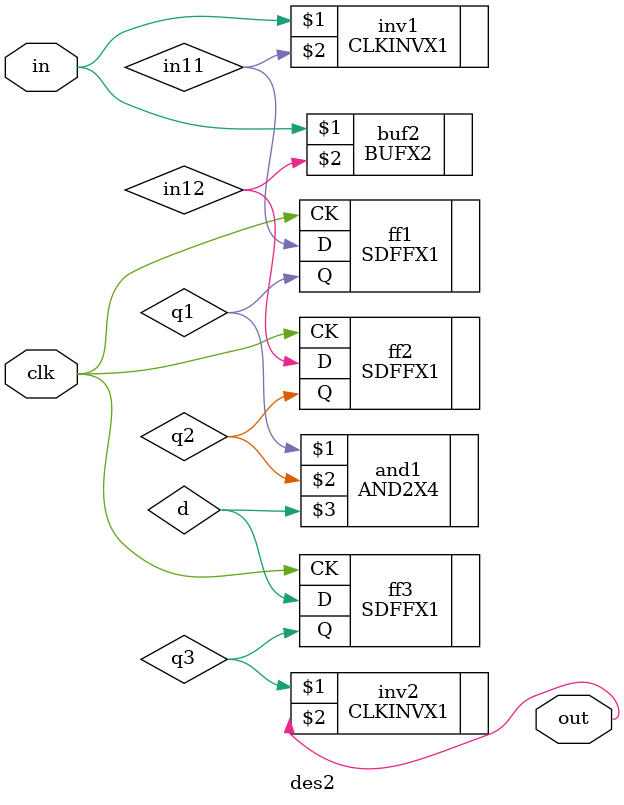
<source format=v>

module des2(input in, input clk, output out);


//CLKINVX1
//AND2X4
//XNOR2X1
//SDFFX1
//BUFX2

wire in11; wire in12; wire q1; wire q2; wire d; wire q3;

CLKINVX1 inv1(in, in11);
BUFX2 buf2(in, in12);

SDFFX1 ff1(.CK(clk), .D(in11), .Q(q1));
SDFFX1 ff2(.CK(clk), .D(in12), .Q(q2));

AND2X4 and1(q1,q2,d);
SDFFX1 ff3(.CK(clk), .D(d), .Q(q3));

CLKINVX1 inv2(q3, out);


endmodule

</source>
